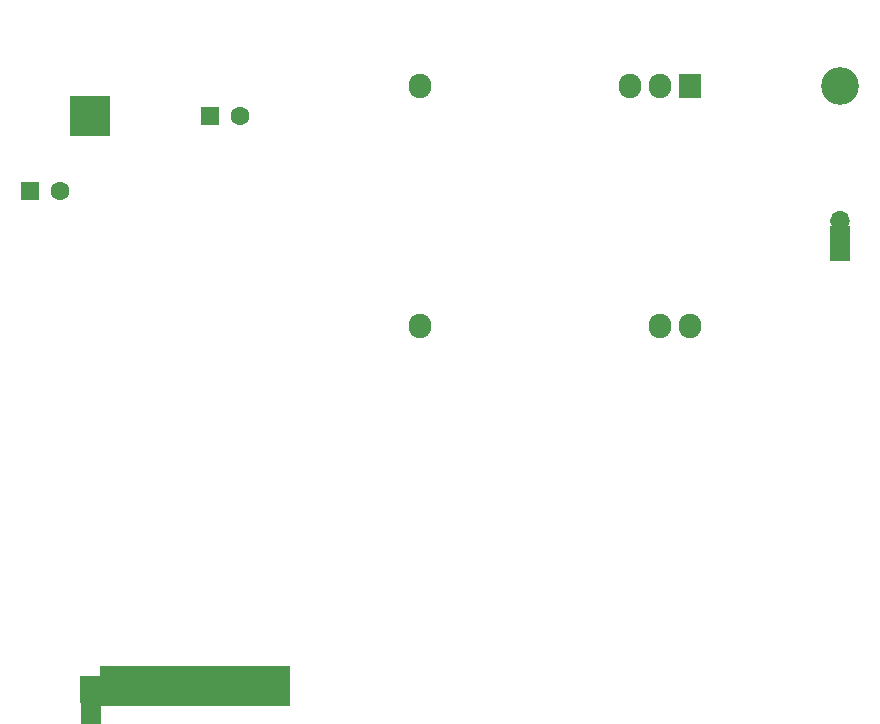
<source format=gbr>
From 88637eb1200b7d808ecd92ad45880f9c76cf190b Mon Sep 17 00:00:00 2001
From: Blaise Thompson <blaise@untzag.com>
Date: Tue, 13 Apr 2021 14:23:03 -0500
Subject: revisionB

---
 gerber/weather-B_Mask.gbr | 41 ++++++++++++++++-------------------------
 1 file changed, 16 insertions(+), 25 deletions(-)

(limited to 'gerber/weather-B_Mask.gbr')

diff --git a/gerber/weather-B_Mask.gbr b/gerber/weather-B_Mask.gbr
index 72ee933..b40f82d 100644
--- a/gerber/weather-B_Mask.gbr
+++ b/gerber/weather-B_Mask.gbr
@@ -1,41 +1,32 @@
 %TF.GenerationSoftware,KiCad,Pcbnew,5.1.8+dfsg1-1+b1*%
-%TF.CreationDate,2020-12-29T15:19:21-06:00*%
-%TF.ProjectId,weather,77656174-6865-4722-9e6b-696361645f70,1.1.0*%
+%TF.CreationDate,2021-04-12T18:27:31-05:00*%
+%TF.ProjectId,weather,77656174-6865-4722-9e6b-696361645f70,B*%
 %TF.SameCoordinates,Original*%
 %TF.FileFunction,Soldermask,Bot*%
 %TF.FilePolarity,Negative*%
 %FSLAX46Y46*%
 G04 Gerber Fmt 4.6, Leading zero omitted, Abs format (unit mm)*
-G04 Created by KiCad (PCBNEW 5.1.8+dfsg1-1+b1) date 2020-12-29 15:19:21*
+G04 Created by KiCad (PCBNEW 5.1.8+dfsg1-1+b1) date 2021-04-12 18:27:31*
 %MOMM*%
 %LPD*%
 G01*
 G04 APERTURE LIST*
 %ADD10C,1.600000*%
 %ADD11R,1.600000X1.600000*%
-%ADD12R,1.500000X1.050000*%
-%ADD13O,1.500000X1.050000*%
-%ADD14O,1.700000X1.700000*%
-%ADD15R,1.700000X1.700000*%
-%ADD16R,3.500000X3.500000*%
-%ADD17O,1.900000X2.100000*%
-%ADD18R,1.900000X2.100000*%
-%ADD19C,3.200000*%
+%ADD12O,1.700000X1.700000*%
+%ADD13R,1.700000X1.700000*%
+%ADD14R,3.500000X3.500000*%
+%ADD15O,1.900000X2.100000*%
+%ADD16R,1.900000X2.100000*%
+%ADD17C,3.200000*%
 G04 APERTURE END LIST*
 D10*
 %TO.C,C1*%
-X76160000Y-53340000D03*
+X60920000Y-59690000D03*
 D11*
-X73660000Y-53340000D03*
+X58420000Y-59690000D03*
 %TD*%
 D12*
-%TO.C,Q1*%
-X127000000Y-62230000D03*
-D13*
-X127000000Y-64770000D03*
-X127000000Y-63500000D03*
-%TD*%
-D14*
 %TO.C,U1*%
 X78740000Y-101600000D03*
 X76200000Y-101600000D03*
@@ -43,7 +34,7 @@ X73660000Y-101600000D03*
 X71120000Y-101600000D03*
 X68580000Y-101600000D03*
 X66040000Y-101600000D03*
-D15*
+D13*
 X63500000Y-101600000D03*
 %TD*%
 %TO.C,J1*%
@@ -95,10 +86,10 @@ G02*
 X62500000Y-45840000I750000J0D01*
 G01*
 G37*
-D16*
+D14*
 X63500000Y-53340000D03*
 %TD*%
-D17*
+D15*
 %TO.C,A1*%
 X91440000Y-71120000D03*
 X91440000Y-50800000D03*
@@ -119,10 +110,10 @@ X109220000Y-50800000D03*
 X111760000Y-71120000D03*
 X111760000Y-50800000D03*
 X114300000Y-71120000D03*
-D18*
+D16*
 X114300000Y-50800000D03*
 %TD*%
-D19*
+D17*
 %TO.C,REF\u002A\u002A*%
 X127000000Y-50800000D03*
 %TD*%
-- 
cgit v1.2.3


</source>
